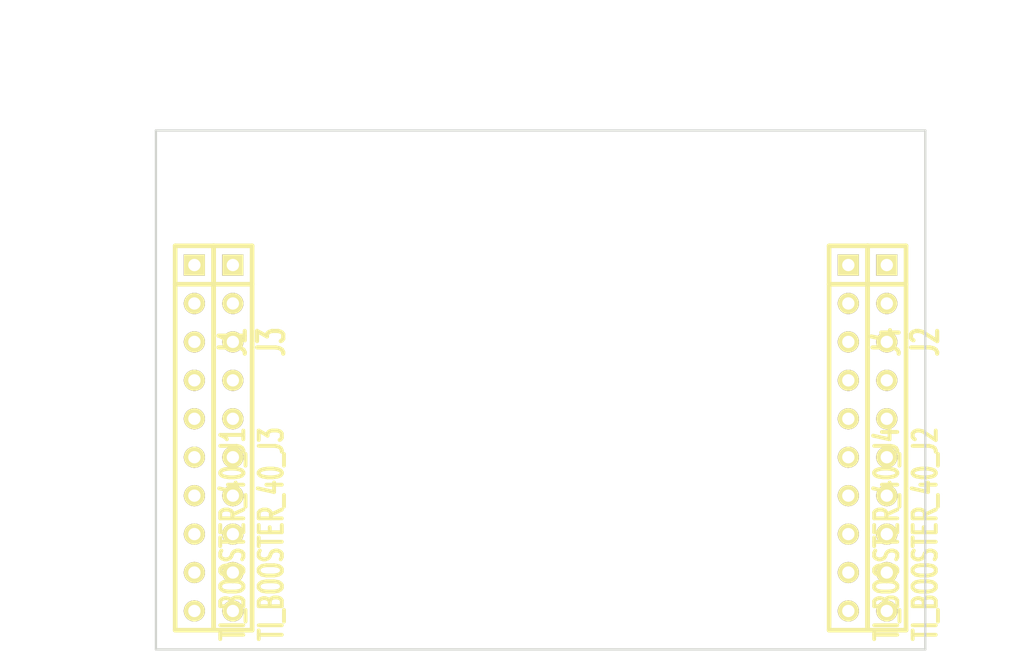
<source format=kicad_pcb>
(kicad_pcb (version 20221018) (generator pcbnew)
  (layers (0 "F.Cu" signal) (31 "B.Cu" signal) (34 "B.Paste" user) (35 "F.Paste" user) (36 "B.SilkS" user "B.Silkscreen") (37 "F.SilkS" user "F.Silkscreen") (38 "B.Mask" user) (39 "F.Mask" user) (44 "Edge.Cuts" user))
  (net 0 "")
  (net 1 "GND")
  (footprint "Connect:SIL-10" (layer "F.Cu") (at 185.42 133.35 -90)
    (fp_text reference "J1" (at -6.35 -2.54 270) (layer "F.SilkS") (effects (font (size 1.72974 1.08712) (thickness 0.3048))))
    (fp_text value "TI_BOOSTER_40_J1" (at 6.35 -2.54 270) (layer "F.SilkS") (effects (font (size 1.524 1.016) (thickness 0.3048))))
    (fp_line (start -12.7 -1.27) (end 12.7 -1.27) (stroke (width 0.3048)) (layer "F.SilkS"))
    (fp_line (start -12.7 1.27) (end -12.7 -1.27) (stroke (width 0.3048)) (layer "F.SilkS"))
    (fp_line (start -10.16 1.27) (end -10.16 -1.27) (stroke (width 0.3048)) (layer "F.SilkS"))
    (fp_line (start 12.7 -1.27) (end 12.7 1.27) (stroke (width 0.3048)) (layer "F.SilkS"))
    (fp_line (start 12.7 1.27) (end -12.7 1.27) (stroke (width 0.3048)) (layer "F.SilkS"))
    (pad "1" thru_hole rect (at -11.43 0 270) (size 1.397 1.397) (drill 0.8128) (layers "*.Cu" "*.Mask" "F.SilkS"))
    (pad "2" thru_hole circle (at -8.89 0 270) (size 1.397 1.397) (drill 0.8128) (layers "*.Cu" "*.Mask" "F.SilkS"))
    (pad "3" thru_hole circle (at -6.35 0 270) (size 1.397 1.397) (drill 0.8128) (layers "*.Cu" "*.Mask" "F.SilkS"))
    (pad "4" thru_hole circle (at -3.81 0 270) (size 1.397 1.397) (drill 0.8128) (layers "*.Cu" "*.Mask" "F.SilkS"))
    (pad "5" thru_hole circle (at -1.27 0 270) (size 1.397 1.397) (drill 0.8128) (layers "*.Cu" "*.Mask" "F.SilkS"))
    (pad "6" thru_hole circle (at 1.27 0 270) (size 1.397 1.397) (drill 0.8128) (layers "*.Cu" "*.Mask" "F.SilkS"))
    (pad "7" thru_hole circle (at 3.81 0 270) (size 1.397 1.397) (drill 0.8128) (layers "*.Cu" "*.Mask" "F.SilkS"))
    (pad "8" thru_hole circle (at 6.35 0 270) (size 1.397 1.397) (drill 0.8128) (layers "*.Cu" "*.Mask" "F.SilkS"))
    (pad "9" thru_hole circle (at 8.89 0 270) (size 1.397 1.397) (drill 0.8128) (layers "*.Cu" "*.Mask" "F.SilkS"))
    (pad "10" thru_hole circle (at 11.43 0 270) (size 1.397 1.397) (drill 0.8128) (layers "*.Cu" "*.Mask" "F.SilkS"))
  )
  (footprint "Connect:SIL-10" (layer "F.Cu") (at 231.14 133.35 -90)
    (fp_text reference "J2" (at -6.35 -2.54 270) (layer "F.SilkS") (effects (font (size 1.72974 1.08712) (thickness 0.3048))))
    (fp_text value "TI_BOOSTER_40_J2" (at 6.35 -2.54 270) (layer "F.SilkS") (effects (font (size 1.524 1.016) (thickness 0.3048))))
    (fp_line (start -12.7 -1.27) (end 12.7 -1.27) (stroke (width 0.3048)) (layer "F.SilkS"))
    (fp_line (start -12.7 1.27) (end -12.7 -1.27) (stroke (width 0.3048)) (layer "F.SilkS"))
    (fp_line (start -10.16 1.27) (end -10.16 -1.27) (stroke (width 0.3048)) (layer "F.SilkS"))
    (fp_line (start 12.7 -1.27) (end 12.7 1.27) (stroke (width 0.3048)) (layer "F.SilkS"))
    (fp_line (start 12.7 1.27) (end -12.7 1.27) (stroke (width 0.3048)) (layer "F.SilkS"))
    (pad "1" thru_hole rect (at -11.43 0 270) (size 1.397 1.397) (drill 0.8128) (layers "*.Cu" "*.Mask" "F.SilkS") (net 1 "GND"))
    (pad "2" thru_hole circle (at -8.89 0 270) (size 1.397 1.397) (drill 0.8128) (layers "*.Cu" "*.Mask" "F.SilkS"))
    (pad "3" thru_hole circle (at -6.35 0 270) (size 1.397 1.397) (drill 0.8128) (layers "*.Cu" "*.Mask" "F.SilkS"))
    (pad "4" thru_hole circle (at -3.81 0 270) (size 1.397 1.397) (drill 0.8128) (layers "*.Cu" "*.Mask" "F.SilkS"))
    (pad "5" thru_hole circle (at -1.27 0 270) (size 1.397 1.397) (drill 0.8128) (layers "*.Cu" "*.Mask" "F.SilkS"))
    (pad "6" thru_hole circle (at 1.27 0 270) (size 1.397 1.397) (drill 0.8128) (layers "*.Cu" "*.Mask" "F.SilkS"))
    (pad "7" thru_hole circle (at 3.81 0 270) (size 1.397 1.397) (drill 0.8128) (layers "*.Cu" "*.Mask" "F.SilkS"))
    (pad "8" thru_hole circle (at 6.35 0 270) (size 1.397 1.397) (drill 0.8128) (layers "*.Cu" "*.Mask" "F.SilkS"))
    (pad "9" thru_hole circle (at 8.89 0 270) (size 1.397 1.397) (drill 0.8128) (layers "*.Cu" "*.Mask" "F.SilkS"))
    (pad "10" thru_hole circle (at 11.43 0 270) (size 1.397 1.397) (drill 0.8128) (layers "*.Cu" "*.Mask" "F.SilkS"))
  )
  (footprint "Connect:SIL-10" (layer "F.Cu") (at 187.96 133.35 -90)
    (fp_text reference "J3" (at -6.35 -2.54 270) (layer "F.SilkS") (effects (font (size 1.72974 1.08712) (thickness 0.3048))))
    (fp_text value "TI_BOOSTER_40_J3" (at 6.35 -2.54 270) (layer "F.SilkS") (effects (font (size 1.524 1.016) (thickness 0.3048))))
    (fp_line (start -12.7 -1.27) (end 12.7 -1.27) (stroke (width 0.3048)) (layer "F.SilkS"))
    (fp_line (start -12.7 1.27) (end -12.7 -1.27) (stroke (width 0.3048)) (layer "F.SilkS"))
    (fp_line (start -10.16 1.27) (end -10.16 -1.27) (stroke (width 0.3048)) (layer "F.SilkS"))
    (fp_line (start 12.7 -1.27) (end 12.7 1.27) (stroke (width 0.3048)) (layer "F.SilkS"))
    (fp_line (start 12.7 1.27) (end -12.7 1.27) (stroke (width 0.3048)) (layer "F.SilkS"))
    (pad "1" thru_hole rect (at -11.43 0 270) (size 1.397 1.397) (drill 0.8128) (layers "*.Cu" "*.Mask" "F.SilkS"))
    (pad "2" thru_hole circle (at -8.89 0 270) (size 1.397 1.397) (drill 0.8128) (layers "*.Cu" "*.Mask" "F.SilkS") (net 1 "GND"))
    (pad "3" thru_hole circle (at -6.35 0 270) (size 1.397 1.397) (drill 0.8128) (layers "*.Cu" "*.Mask" "F.SilkS"))
    (pad "4" thru_hole circle (at -3.81 0 270) (size 1.397 1.397) (drill 0.8128) (layers "*.Cu" "*.Mask" "F.SilkS"))
    (pad "5" thru_hole circle (at -1.27 0 270) (size 1.397 1.397) (drill 0.8128) (layers "*.Cu" "*.Mask" "F.SilkS"))
    (pad "6" thru_hole circle (at 1.27 0 270) (size 1.397 1.397) (drill 0.8128) (layers "*.Cu" "*.Mask" "F.SilkS"))
    (pad "7" thru_hole circle (at 3.81 0 270) (size 1.397 1.397) (drill 0.8128) (layers "*.Cu" "*.Mask" "F.SilkS"))
    (pad "8" thru_hole circle (at 6.35 0 270) (size 1.397 1.397) (drill 0.8128) (layers "*.Cu" "*.Mask" "F.SilkS"))
    (pad "9" thru_hole circle (at 8.89 0 270) (size 1.397 1.397) (drill 0.8128) (layers "*.Cu" "*.Mask" "F.SilkS"))
    (pad "10" thru_hole circle (at 11.43 0 270) (size 1.397 1.397) (drill 0.8128) (layers "*.Cu" "*.Mask" "F.SilkS"))
  )
  (footprint "Connect:SIL-10" (layer "F.Cu") (at 228.6 133.35 -90)
    (fp_text reference "J4" (at -6.35 -2.54 270) (layer "F.SilkS") (effects (font (size 1.72974 1.08712) (thickness 0.3048))))
    (fp_text value "TI_BOOSTER_40_J4" (at 6.35 -2.54 270) (layer "F.SilkS") (effects (font (size 1.524 1.016) (thickness 0.3048))))
    (fp_line (start -12.7 -1.27) (end 12.7 -1.27) (stroke (width 0.3048)) (layer "F.SilkS"))
    (fp_line (start -12.7 1.27) (end -12.7 -1.27) (stroke (width 0.3048)) (layer "F.SilkS"))
    (fp_line (start -10.16 1.27) (end -10.16 -1.27) (stroke (width 0.3048)) (layer "F.SilkS"))
    (fp_line (start 12.7 -1.27) (end 12.7 1.27) (stroke (width 0.3048)) (layer "F.SilkS"))
    (fp_line (start 12.7 1.27) (end -12.7 1.27) (stroke (width 0.3048)) (layer "F.SilkS"))
    (pad "1" thru_hole rect (at -11.43 0 270) (size 1.397 1.397) (drill 0.8128) (layers "*.Cu" "*.Mask" "F.SilkS"))
    (pad "2" thru_hole circle (at -8.89 0 270) (size 1.397 1.397) (drill 0.8128) (layers "*.Cu" "*.Mask" "F.SilkS"))
    (pad "3" thru_hole circle (at -6.35 0 270) (size 1.397 1.397) (drill 0.8128) (layers "*.Cu" "*.Mask" "F.SilkS"))
    (pad "4" thru_hole circle (at -3.81 0 270) (size 1.397 1.397) (drill 0.8128) (layers "*.Cu" "*.Mask" "F.SilkS"))
    (pad "5" thru_hole circle (at -1.27 0 270) (size 1.397 1.397) (drill 0.8128) (layers "*.Cu" "*.Mask" "F.SilkS"))
    (pad "6" thru_hole circle (at 1.27 0 270) (size 1.397 1.397) (drill 0.8128) (layers "*.Cu" "*.Mask" "F.SilkS"))
    (pad "7" thru_hole circle (at 3.81 0 270) (size 1.397 1.397) (drill 0.8128) (layers "*.Cu" "*.Mask" "F.SilkS"))
    (pad "8" thru_hole circle (at 6.35 0 270) (size 1.397 1.397) (drill 0.8128) (layers "*.Cu" "*.Mask" "F.SilkS"))
    (pad "9" thru_hole circle (at 8.89 0 270) (size 1.397 1.397) (drill 0.8128) (layers "*.Cu" "*.Mask" "F.SilkS"))
    (pad "10" thru_hole circle (at 11.43 0 270) (size 1.397 1.397) (drill 0.8128) (layers "*.Cu" "*.Mask" "F.SilkS"))
  )
  (gr_line (start 233.68 113.03) (end 233.68 147.32) (stroke (width 0.14986)) (layer "Edge.Cuts"))
  (gr_line (start 182.88 147.32) (end 182.88 113.03) (stroke (width 0.14986)) (layer "Edge.Cuts"))
  (gr_line (start 182.88 113.03) (end 233.68 113.03) (stroke (width 0.15)) (layer "Edge.Cuts"))
  (gr_line (start 233.68 147.32) (end 182.88 147.32) (stroke (width 0.15)) (layer "Edge.Cuts"))
)
</source>
